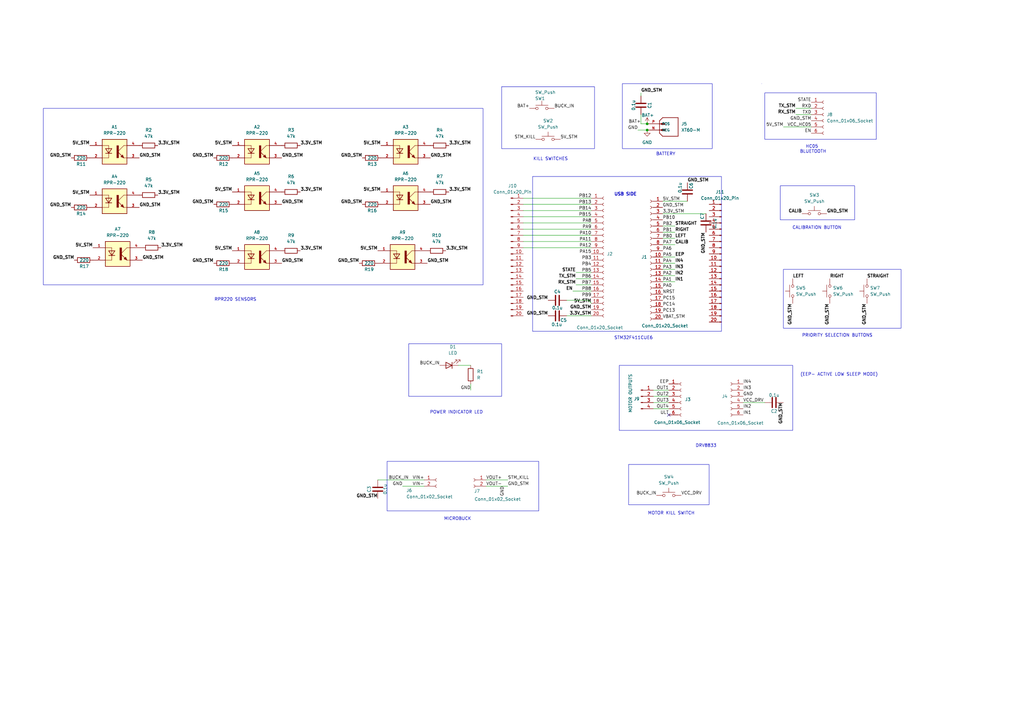
<source format=kicad_sch>
(kicad_sch (version 20231120) (generator "eeschema") (generator_version "8.0")
  (paper "A3")
  (lib_symbols
    (symbol "Connector:Conn_01x02_Socket" (pin_names (offset 1.016) hide)
      (property "Reference" "J" (at 0 2.54 0))
      (property "Value" "Conn_01x02_Socket" (at 0 -5.08 0))
      (symbol "Conn_01x02_Socket_1_1"
        (arc (start 0 -2.032) (mid -0.5058 -2.54) (end 0 -3.048) (stroke (width 0.1524)))
        (polyline (pts (xy -1.27 -2.54) (xy -0.508 -2.54)) (stroke (width 0.1524)))
        (polyline (pts (xy -1.27 0) (xy -0.508 0)) (stroke (width 0.1524)))
        (arc (start 0 0.508) (mid -0.5058 0) (end 0 -0.508) (stroke (width 0.1524)))
        (pin passive line (at -5.08 0 0) (length 3.81) (name "Pin_1") (number "1"))
        (pin passive line (at -5.08 -2.54 0) (length 3.81) (name "Pin_2") (number "2"))
      )
    )
    (symbol "Connector:Conn_01x04_Pin" (pin_names (offset 1.016) hide)
      (property "Reference" "J" (at 0 5.08 0))
      (property "Value" "Conn_01x04_Pin" (at 0 -7.62 0))
      (symbol "Conn_01x04_Pin_1_1"
        (polyline (pts (xy 1.27 -5.08) (xy 0.8636 -5.08)) (stroke (width 0.1524)))
        (polyline (pts (xy 1.27 -2.54) (xy 0.8636 -2.54)) (stroke (width 0.1524)))
        (polyline (pts (xy 1.27 0) (xy 0.8636 0)) (stroke (width 0.1524)))
        (polyline (pts (xy 1.27 2.54) (xy 0.8636 2.54)) (stroke (width 0.1524)))
        (rectangle (start 0.8636 -4.953) (end 0 -5.207) (stroke (width 0.1524)) (fill (type outline)))
        (rectangle (start 0.8636 -2.413) (end 0 -2.667) (stroke (width 0.1524)) (fill (type outline)))
        (rectangle (start 0.8636 0.127) (end 0 -0.127) (stroke (width 0.1524)) (fill (type outline)))
        (rectangle (start 0.8636 2.667) (end 0 2.413) (stroke (width 0.1524)) (fill (type outline)))
        (pin passive line (at 5.08 2.54 180) (length 3.81) (name "Pin_1") (number "1"))
        (pin passive line (at 5.08 0 180) (length 3.81) (name "Pin_2") (number "2"))
        (pin passive line (at 5.08 -2.54 180) (length 3.81) (name "Pin_3") (number "3"))
        (pin passive line (at 5.08 -5.08 180) (length 3.81) (name "Pin_4") (number "4"))
      )
    )
    (symbol "Connector:Conn_01x06_Socket" (pin_names (offset 1.016) hide)
      (property "Reference" "J" (at 0 7.62 0))
      (property "Value" "Conn_01x06_Socket" (at 0 -10.16 0))
      (symbol "Conn_01x06_Socket_1_1"
        (arc (start 0 -7.112) (mid -0.5058 -7.62) (end 0 -8.128) (stroke (width 0.1524)))
        (arc (start 0 -4.572) (mid -0.5058 -5.08) (end 0 -5.588) (stroke (width 0.1524)))
        (arc (start 0 -2.032) (mid -0.5058 -2.54) (end 0 -3.048) (stroke (width 0.1524)))
        (polyline (pts (xy -1.27 -7.62) (xy -0.508 -7.62)) (stroke (width 0.1524)))
        (polyline (pts (xy -1.27 -5.08) (xy -0.508 -5.08)) (stroke (width 0.1524)))
        (polyline (pts (xy -1.27 -2.54) (xy -0.508 -2.54)) (stroke (width 0.1524)))
        (polyline (pts (xy -1.27 0) (xy -0.508 0)) (stroke (width 0.1524)))
        (polyline (pts (xy -1.27 2.54) (xy -0.508 2.54)) (stroke (width 0.1524)))
        (polyline (pts (xy -1.27 5.08) (xy -0.508 5.08)) (stroke (width 0.1524)))
        (arc (start 0 0.508) (mid -0.5058 0) (end 0 -0.508) (stroke (width 0.1524)))
        (arc (start 0 3.048) (mid -0.5058 2.54) (end 0 2.032) (stroke (width 0.1524)))
        (arc (start 0 5.588) (mid -0.5058 5.08) (end 0 4.572) (stroke (width 0.1524)))
        (pin passive line (at -5.08 5.08 0) (length 3.81) (name "Pin_1") (number "1"))
        (pin passive line (at -5.08 2.54 0) (length 3.81) (name "Pin_2") (number "2"))
        (pin passive line (at -5.08 0 0) (length 3.81) (name "Pin_3") (number "3"))
        (pin passive line (at -5.08 -2.54 0) (length 3.81) (name "Pin_4") (number "4"))
        (pin passive line (at -5.08 -5.08 0) (length 3.81) (name "Pin_5") (number "5"))
        (pin passive line (at -5.08 -7.62 0) (length 3.81) (name "Pin_6") (number "6"))
      )
    )
    (symbol "Connector:Conn_01x20_Pin" (pin_names (offset 1.016) hide)
      (property "Reference" "J" (at 0 25.4 0))
      (property "Value" "Conn_01x20_Pin" (at 0 -27.94 0))
      (symbol "Conn_01x20_Pin_1_1"
        (polyline (pts (xy 1.27 -25.4) (xy 0.8636 -25.4)) (stroke (width 0.1524)))
        (polyline (pts (xy 1.27 -22.86) (xy 0.8636 -22.86)) (stroke (width 0.1524)))
        (polyline (pts (xy 1.27 -20.32) (xy 0.8636 -20.32)) (stroke (width 0.1524)))
        (polyline (pts (xy 1.27 -17.78) (xy 0.8636 -17.78)) (stroke (width 0.1524)))
        (polyline (pts (xy 1.27 -15.24) (xy 0.8636 -15.24)) (stroke (width 0.1524)))
        (polyline (pts (xy 1.27 -12.7) (xy 0.8636 -12.7)) (stroke (width 0.1524)))
        (polyline (pts (xy 1.27 -10.16) (xy 0.8636 -10.16)) (stroke (width 0.1524)))
        (polyline (pts (xy 1.27 -7.62) (xy 0.8636 -7.62)) (stroke (width 0.1524)))
        (polyline (pts (xy 1.27 -5.08) (xy 0.8636 -5.08)) (stroke (width 0.1524)))
        (polyline (pts (xy 1.27 -2.54) (xy 0.8636 -2.54)) (stroke (width 0.1524)))
        (polyline (pts (xy 1.27 0) (xy 0.8636 0)) (stroke (width 0.1524)))
        (polyline (pts (xy 1.27 2.54) (xy 0.8636 2.54)) (stroke (width 0.1524)))
        (polyline (pts (xy 1.27 5.08) (xy 0.8636 5.08)) (stroke (width 0.1524)))
        (polyline (pts (xy 1.27 7.62) (xy 0.8636 7.62)) (stroke (width 0.1524)))
        (polyline (pts (xy 1.27 10.16) (xy 0.8636 10.16)) (stroke (width 0.1524)))
        (polyline (pts (xy 1.27 12.7) (xy 0.8636 12.7)) (stroke (width 0.1524)))
        (polyline (pts (xy 1.27 15.24) (xy 0.8636 15.24)) (stroke (width 0.1524)))
        (polyline (pts (xy 1.27 17.78) (xy 0.8636 17.78)) (stroke (width 0.1524)))
        (polyline (pts (xy 1.27 20.32) (xy 0.8636 20.32)) (stroke (width 0.1524)))
        (polyline (pts (xy 1.27 22.86) (xy 0.8636 22.86)) (stroke (width 0.1524)))
        (rectangle (start 0.8636 -25.273) (end 0 -25.527) (stroke (width 0.1524)) (fill (type outline)))
        (rectangle (start 0.8636 -22.733) (end 0 -22.987) (stroke (width 0.1524)) (fill (type outline)))
        (rectangle (start 0.8636 -20.193) (end 0 -20.447) (stroke (width 0.1524)) (fill (type outline)))
        (rectangle (start 0.8636 -17.653) (end 0 -17.907) (stroke (width 0.1524)) (fill (type outline)))
        (rectangle (start 0.8636 -15.113) (end 0 -15.367) (stroke (width 0.1524)) (fill (type outline)))
        (rectangle (start 0.8636 -12.573) (end 0 -12.827) (stroke (width 0.1524)) (fill (type outline)))
        (rectangle (start 0.8636 -10.033) (end 0 -10.287) (stroke (width 0.1524)) (fill (type outline)))
        (rectangle (start 0.8636 -7.493) (end 0 -7.747) (stroke (width 0.1524)) (fill (type outline)))
        (rectangle (start 0.8636 -4.953) (end 0 -5.207) (stroke (width 0.1524)) (fill (type outline)))
        (rectangle (start 0.8636 -2.413) (end 0 -2.667) (stroke (width 0.1524)) (fill (type outline)))
        (rectangle (start 0.8636 0.127) (end 0 -0.127) (stroke (width 0.1524)) (fill (type outline)))
        (rectangle (start 0.8636 2.667) (end 0 2.413) (stroke (width 0.1524)) (fill (type outline)))
        (rectangle (start 0.8636 5.207) (end 0 4.953) (stroke (width 0.1524)) (fill (type outline)))
        (rectangle (start 0.8636 7.747) (end 0 7.493) (stroke (width 0.1524)) (fill (type outline)))
        (rectangle (start 0.8636 10.287) (end 0 10.033) (stroke (width 0.1524)) (fill (type outline)))
        (rectangle (start 0.8636 12.827) (end 0 12.573) (stroke (width 0.1524)) (fill (type outline)))
        (rectangle (start 0.8636 15.367) (end 0 15.113) (stroke (width 0.1524)) (fill (type outline)))
        (rectangle (start 0.8636 17.907) (end 0 17.653) (stroke (width 0.1524)) (fill (type outline)))
        (rectangle (start 0.8636 20.447) (end 0 20.193) (stroke (width 0.1524)) (fill (type outline)))
        (rectangle (start 0.8636 22.987) (end 0 22.733) (stroke (width 0.1524)) (fill (type outline)))
        (pin passive line (at 5.08 22.86 180) (length 3.81) (name "Pin_1") (number "1"))
        (pin passive line (at 5.08 0 180) (length 3.81) (name "Pin_10") (number "10"))
        (pin passive line (at 5.08 -2.54 180) (length 3.81) (name "Pin_11") (number "11"))
        (pin passive line (at 5.08 -5.08 180) (length 3.81) (name "Pin_12") (number "12"))
        (pin passive line (at 5.08 -7.62 180) (length 3.81) (name "Pin_13") (number "13"))
        (pin passive line (at 5.08 -10.16 180) (length 3.81) (name "Pin_14") (number "14"))
        (pin passive line (at 5.08 -12.7 180) (length 3.81) (name "Pin_15") (number "15"))
        (pin passive line (at 5.08 -15.24 180) (length 3.81) (name "Pin_16") (number "16"))
        (pin passive line (at 5.08 -17.78 180) (length 3.81) (name "Pin_17") (number "17"))
        (pin passive line (at 5.08 -20.32 180) (length 3.81) (name "Pin_18") (number "18"))
        (pin passive line (at 5.08 -22.86 180) (length 3.81) (name "Pin_19") (number "19"))
        (pin passive line (at 5.08 20.32 180) (length 3.81) (name "Pin_2") (number "2"))
        (pin passive line (at 5.08 -25.4 180) (length 3.81) (name "Pin_20") (number "20"))
        (pin passive line (at 5.08 17.78 180) (length 3.81) (name "Pin_3") (number "3"))
        (pin passive line (at 5.08 15.24 180) (length 3.81) (name "Pin_4") (number "4"))
        (pin passive line (at 5.08 12.7 180) (length 3.81) (name "Pin_5") (number "5"))
        (pin passive line (at 5.08 10.16 180) (length 3.81) (name "Pin_6") (number "6"))
        (pin passive line (at 5.08 7.62 180) (length 3.81) (name "Pin_7") (number "7"))
        (pin passive line (at 5.08 5.08 180) (length 3.81) (name "Pin_8") (number "8"))
        (pin passive line (at 5.08 2.54 180) (length 3.81) (name "Pin_9") (number "9"))
      )
    )
    (symbol "Connector:Conn_01x20_Socket" (pin_names (offset 1.016) hide)
      (property "Reference" "J" (at 0 25.4 0))
      (property "Value" "Conn_01x20_Socket" (at 0 -27.94 0))
      (symbol "Conn_01x20_Socket_1_1"
        (arc (start 0 -24.892) (mid -0.5058 -25.4) (end 0 -25.908) (stroke (width 0.1524)))
        (arc (start 0 -22.352) (mid -0.5058 -22.86) (end 0 -23.368) (stroke (width 0.1524)))
        (arc (start 0 -19.812) (mid -0.5058 -20.32) (end 0 -20.828) (stroke (width 0.1524)))
        (arc (start 0 -17.272) (mid -0.5058 -17.78) (end 0 -18.288) (stroke (width 0.1524)))
        (arc (start 0 -14.732) (mid -0.5058 -15.24) (end 0 -15.748) (stroke (width 0.1524)))
        (arc (start 0 -12.192) (mid -0.5058 -12.7) (end 0 -13.208) (stroke (width 0.1524)))
        (arc (start 0 -9.652) (mid -0.5058 -10.16) (end 0 -10.668) (stroke (width 0.1524)))
        (arc (start 0 -7.112) (mid -0.5058 -7.62) (end 0 -8.128) (stroke (width 0.1524)))
        (arc (start 0 -4.572) (mid -0.5058 -5.08) (end 0 -5.588) (stroke (width 0.1524)))
        (arc (start 0 -2.032) (mid -0.5058 -2.54) (end 0 -3.048) (stroke (width 0.1524)))
        (polyline (pts (xy -1.27 -25.4) (xy -0.508 -25.4)) (stroke (width 0.1524)))
        (polyline (pts (xy -1.27 -22.86) (xy -0.508 -22.86)) (stroke (width 0.1524)))
        (polyline (pts (xy -1.27 -20.32) (xy -0.508 -20.32)) (stroke (width 0.1524)))
        (polyline (pts (xy -1.27 -17.78) (xy -0.508 -17.78)) (stroke (width 0.1524)))
        (polyline (pts (xy -1.27 -15.24) (xy -0.508 -15.24)) (stroke (width 0.1524)))
        (polyline (pts (xy -1.27 -12.7) (xy -0.508 -12.7)) (stroke (width 0.1524)))
        (polyline (pts (xy -1.27 -10.16) (xy -0.508 -10.16)) (stroke (width 0.1524)))
        (polyline (pts (xy -1.27 -7.62) (xy -0.508 -7.62)) (stroke (width 0.1524)))
        (polyline (pts (xy -1.27 -5.08) (xy -0.508 -5.08)) (stroke (width 0.1524)))
        (polyline (pts (xy -1.27 -2.54) (xy -0.508 -2.54)) (stroke (width 0.1524)))
        (polyline (pts (xy -1.27 0) (xy -0.508 0)) (stroke (width 0.1524)))
        (polyline (pts (xy -1.27 2.54) (xy -0.508 2.54)) (stroke (width 0.1524)))
        (polyline (pts (xy -1.27 5.08) (xy -0.508 5.08)) (stroke (width 0.1524)))
        (polyline (pts (xy -1.27 7.62) (xy -0.508 7.62)) (stroke (width 0.1524)))
        (polyline (pts (xy -1.27 10.16) (xy -0.508 10.16)) (stroke (width 0.1524)))
        (polyline (pts (xy -1.27 12.7) (xy -0.508 12.7)) (stroke (width 0.1524)))
        (polyline (pts (xy -1.27 15.24) (xy -0.508 15.24)) (stroke (width 0.1524)))
        (polyline (pts (xy -1.27 17.78) (xy -0.508 17.78)) (stroke (width 0.1524)))
        (polyline (pts (xy -1.27 20.32) (xy -0.508 20.32)) (stroke (width 0.1524)))
        (polyline (pts (xy -1.27 22.86) (xy -0.508 22.86)) (stroke (width 0.1524)))
        (arc (start 0 0.508) (mid -0.5058 0) (end 0 -0.508) (stroke (width 0.1524)))
        (arc (start 0 3.048) (mid -0.5058 2.54) (end 0 2.032) (stroke (width 0.1524)))
        (arc (start 0 5.588) (mid -0.5058 5.08) (end 0 4.572) (stroke (width 0.1524)))
        (arc (start 0 8.128) (mid -0.5058 7.62) (end 0 7.112) (stroke (width 0.1524)))
        (arc (start 0 10.668) (mid -0.5058 10.16) (end 0 9.652) (stroke (width 0.1524)))
        (arc (start 0 13.208) (mid -0.5058 12.7) (end 0 12.192) (stroke (width 0.1524)))
        (arc (start 0 15.748) (mid -0.5058 15.24) (end 0 14.732) (stroke (width 0.1524)))
        (arc (start 0 18.288) (mid -0.5058 17.78) (end 0 17.272) (stroke (width 0.1524)))
        (arc (start 0 20.828) (mid -0.5058 20.32) (end 0 19.812) (stroke (width 0.1524)))
        (arc (start 0 23.368) (mid -0.5058 22.86) (end 0 22.352) (stroke (width 0.1524)))
        (pin passive line (at -5.08 22.86 0) (length 3.81) (name "Pin_1") (number "1"))
        (pin passive line (at -5.08 0 0) (length 3.81) (name "Pin_10") (number "10"))
        (pin passive line (at -5.08 -2.54 0) (length 3.81) (name "Pin_11") (number "11"))
        (pin passive line (at -5.08 -5.08 0) (length 3.81) (name "Pin_12") (number "12"))
        (pin passive line (at -5.08 -7.62 0) (length 3.81) (name "Pin_13") (number "13"))
        (pin passive line (at -5.08 -10.16 0) (length 3.81) (name "Pin_14") (number "14"))
        (pin passive line (at -5.08 -12.7 0) (length 3.81) (name "Pin_15") (number "15"))
        (pin passive line (at -5.08 -15.24 0) (length 3.81) (name "Pin_16") (number "16"))
        (pin passive line (at -5.08 -17.78 0) (length 3.81) (name "Pin_17") (number "17"))
        (pin passive line (at -5.08 -20.32 0) (length 3.81) (name "Pin_18") (number "18"))
        (pin passive line (at -5.08 -22.86 0) (length 3.81) (name "Pin_19") (number "19"))
        (pin passive line (at -5.08 20.32 0) (length 3.81) (name "Pin_2") (number "2"))
        (pin passive line (at -5.08 -25.4 0) (length 3.81) (name "Pin_20") (number "20"))
        (pin passive line (at -5.08 17.78 0) (length 3.81) (name "Pin_3") (number "3"))
        (pin passive line (at -5.08 15.24 0) (length 3.81) (name "Pin_4") (number "4"))
        (pin passive line (at -5.08 12.7 0) (length 3.81) (name "Pin_5") (number "5"))
        (pin passive line (at -5.08 10.16 0) (length 3.81) (name "Pin_6") (number "6"))
        (pin passive line (at -5.08 7.62 0) (length 3.81) (name "Pin_7") (number "7"))
        (pin passive line (at -5.08 5.08 0) (length 3.81) (name "Pin_8") (number "8"))
        (pin passive line (at -5.08 2.54 0) (length 3.81) (name "Pin_9") (number "9"))
      )
    )
    (symbol "Device:C" (pin_numbers hide) (pin_names (offset 0.254))
      (property "Reference" "C" (at 0.635 2.54 0))
      (property "Value" "C" (at 0.635 -2.54 0))
      (symbol "C_0_1"
        (polyline (pts (xy -2.032 -0.762) (xy 2.032 -0.762)) (stroke (width 0.508)))
        (polyline (pts (xy -2.032 0.762) (xy 2.032 0.762)) (stroke (width 0.508)))
      )
      (symbol "C_1_1"
        (pin passive line (at 0 3.81 270) (length 2.794) (name "~") (number "1"))
        (pin passive line (at 0 -3.81 90) (length 2.794) (name "~") (number "2"))
      )
    )
    (symbol "Device:LED" (pin_numbers hide) (pin_names (offset 1.016) hide)
      (property "Reference" "D" (at 0 2.54 0))
      (property "Value" "LED" (at 0 -2.54 0))
      (symbol "LED_0_1"
        (polyline (pts (xy -1.27 -1.27) (xy -1.27 1.27)) (stroke (width 0.254)))
        (polyline (pts (xy -1.27 0) (xy 1.27 0)))
        (polyline (pts (xy 1.27 -1.27) (xy 1.27 1.27) (xy -1.27 0) (xy 1.27 -1.27)) (stroke (width 0.254)))
        (polyline (pts (xy -3.048 -0.762) (xy -4.572 -2.286) (xy -3.81 -2.286) (xy -4.572 -2.286) (xy -4.572 -1.524)))
        (polyline (pts (xy -1.778 -0.762) (xy -3.302 -2.286) (xy -2.54 -2.286) (xy -3.302 -2.286) (xy -3.302 -1.524)))
      )
      (symbol "LED_1_1"
        (pin passive line (at -3.81 0 0) (length 2.54) (name "K") (number "1"))
        (pin passive line (at 3.81 0 180) (length 2.54) (name "A") (number "2"))
      )
    )
    (symbol "Device:R" (pin_numbers hide) (pin_names (offset 0))
      (property "Reference" "R" (at 2.032 0 90))
      (property "Value" "R" (at 0 0 90))
      (symbol "R_0_1"
        (rectangle (start -1.016 -2.54) (end 1.016 2.54) (stroke (width 0.254)))
      )
      (symbol "R_1_1"
        (pin passive line (at 0 3.81 270) (length 1.27) (name "~") (number "1"))
        (pin passive line (at 0 -3.81 90) (length 1.27) (name "~") (number "2"))
      )
    )
    (symbol "RPR-220:RPR-220" (pin_names (offset 1.016))
      (property "Reference" "A" (at -5.0891 5.598 0))
      (property "Value" "RPR-220" (at -5.0889 -7.1245 0))
      (symbol "RPR-220_0_0"
        (rectangle (start -5.08 -5.08) (end 5.08 5.08) (stroke (width 0.254)) (fill (type background)))
        (polyline (pts (xy -3.683 1.27) (xy -2.413 -0.635)) (stroke (width 0.254)))
        (polyline (pts (xy -2.413 -2.54) (xy -5.08 -2.54)) (stroke (width 0.1524)))
        (polyline (pts (xy -2.413 -2.54) (xy -2.413 -0.635)) (stroke (width 0.1524)))
        (polyline (pts (xy -2.413 -0.635) (xy -3.683 -0.635)) (stroke (width 0.254)))
        (polyline (pts (xy -2.413 -0.635) (xy -2.413 1.27)) (stroke (width 0.1524)))
        (polyline (pts (xy -2.413 -0.635) (xy -1.143 1.27)) (stroke (width 0.254)))
        (polyline (pts (xy -2.413 1.27) (xy -3.683 1.27)) (stroke (width 0.254)))
        (polyline (pts (xy -2.413 2.54) (xy -5.08 2.54)) (stroke (width 0.1524)))
        (polyline (pts (xy -2.413 2.54) (xy -2.413 1.27)) (stroke (width 0.1524)))
        (polyline (pts (xy -1.143 -0.635) (xy -2.413 -0.635)) (stroke (width 0.254)))
        (polyline (pts (xy -1.143 1.27) (xy -2.413 1.27)) (stroke (width 0.254)))
        (polyline (pts (xy 1.27 0) (xy 3.81 -2.54)) (stroke (width 0.1524)))
        (polyline (pts (xy 3.81 -2.54) (xy 1.27 0)) (stroke (width 0.1524)))
        (polyline (pts (xy 3.81 -2.54) (xy 5.08 -2.54)) (stroke (width 0.1524)))
        (polyline (pts (xy 3.81 2.54) (xy 1.27 0)) (stroke (width 0.1524)))
        (polyline (pts (xy 3.81 2.54) (xy 5.08 2.54)) (stroke (width 0.1524)))
        (polyline (pts (xy 3.81 -2.54) (xy 3.302 -1.27) (xy 2.54 -2.032) (xy 3.81 -2.54)) (stroke (width 0.1524)) (fill (type outline)))
        (rectangle (start 0.8893 -2.5503) (end 1.651 2.54) (stroke (width 0.1)) (fill (type outline)))
        (pin passive line (at -10.16 2.54 0) (length 5.08) (name "~") (number "1"))
        (pin passive line (at -10.16 -2.54 0) (length 5.08) (name "~") (number "2"))
        (pin passive line (at 10.16 -2.54 180) (length 5.08) (name "~") (number "3"))
        (pin passive line (at 10.16 2.54 180) (length 5.08) (name "~") (number "4"))
      )
    )
    (symbol "Switch:SW_Push" (pin_numbers hide) (pin_names (offset 1.016) hide)
      (property "Reference" "SW" (at 1.27 2.54 0))
      (property "Value" "SW_Push" (at 0 -1.524 0))
      (symbol "SW_Push_0_1"
        (circle (center -2.032 0) (radius 0.508))
        (polyline (pts (xy 0 1.27) (xy 0 3.048)))
        (polyline (pts (xy 2.54 1.27) (xy -2.54 1.27)))
        (circle (center 2.032 0) (radius 0.508))
        (pin passive line (at -5.08 0 0) (length 2.54) (name "1") (number "1"))
        (pin passive line (at 5.08 0 180) (length 2.54) (name "2") (number "2"))
      )
    )
    (symbol "XT60-M:XT60-M" (pin_names (offset 1.016))
      (property "Reference" "J" (at 0 6.35 0))
      (property "Value" "XT60-M" (at 0 -5.08 0))
      (symbol "XT60-M_0_0"
        (polyline (pts (xy 0 -1.27) (xy 1.27 -2.54)) (stroke (width 0.254)))
        (polyline (pts (xy 0 0) (xy 1.905 0)) (stroke (width 0.254)))
        (polyline (pts (xy 0 2.54) (xy 0 -1.27)) (stroke (width 0.254)))
        (polyline (pts (xy 0 2.54) (xy 1.905 2.54)) (stroke (width 0.254)))
        (polyline (pts (xy 0 3.81) (xy 0 2.54)) (stroke (width 0.254)))
        (polyline (pts (xy 0 3.81) (xy 1.27 5.08)) (stroke (width 0.254)))
        (polyline (pts (xy 1.27 -2.54) (xy 7.62 -2.54)) (stroke (width 0.254)))
        (polyline (pts (xy 7.62 -2.54) (xy 7.62 5.08)) (stroke (width 0.254)))
        (polyline (pts (xy 7.62 5.08) (xy 1.27 5.08)) (stroke (width 0.254)))
        (rectangle (start 0.635 -0.3175) (end 2.2225 0.3175) (stroke (width 0.1)) (fill (type outline)))
        (rectangle (start 0.635 2.2225) (end 2.2225 2.8575) (stroke (width 0.1)) (fill (type outline)))
        (pin passive line (at -5.08 0 0) (length 5.08) (name "NEG") (number "N"))
        (pin passive line (at -5.08 2.54 0) (length 5.08) (name "POS") (number "P"))
      )
    )
    (symbol "power:+6V" (power) (pin_numbers hide) (pin_names (offset 0) hide)
      (property "Value" "+6V" (at 0 3.556 0))
      (symbol "+6V_0_1"
        (polyline (pts (xy -0.762 1.27) (xy 0 2.54)))
        (polyline (pts (xy 0 0) (xy 0 2.54)))
        (polyline (pts (xy 0 2.54) (xy 0.762 1.27)))
      )
      (symbol "+6V_1_1"
        (pin power_in line (at 0 0 90) (length 0) (name "~") (number "1"))
      )
    )
    (symbol "power:GND" (power) (pin_numbers hide) (pin_names (offset 0) hide)
      (property "Value" "GND" (at 0 -3.81 0))
      (symbol "GND_0_1"
        (polyline (pts (xy 0 0) (xy 0 -1.27) (xy 1.27 -1.27) (xy 0 -2.54) (xy -1.27 -1.27) (xy 0 -1.27)))
      )
      (symbol "GND_1_1"
        (pin power_in line (at 0 0 270) (length 0) (name "~") (number "1"))
      )
    )
  )
  (junction (at 265.43 50.8))
  (junction (at 265.43 53.34))
  (no_connect (at 274.32 170.18))
  (wire (pts (xy 271.78 105.41) (xy 276.86 105.41)))
  (wire (pts (xy 214.63 93.98) (xy 242.57 93.98)))
  (wire (pts (xy 154.94 196.85) (xy 173.99 196.85)))
  (wire (pts (xy 261.62 53.34) (xy 265.43 53.34)))
  (wire (pts (xy 271.78 115.57) (xy 276.86 115.57)))
  (wire (pts (xy 271.78 97.79) (xy 276.86 97.79)))
  (wire (pts (xy 214.63 96.52) (xy 242.57 96.52)))
  (wire (pts (xy 267.97 160.02) (xy 274.32 160.02)))
  (wire (pts (xy 208.28 196.85) (xy 199.39 196.85)))
  (wire (pts (xy 267.97 165.1) (xy 274.32 165.1)))
  (wire (pts (xy 232.41 129.54) (xy 242.57 129.54)))
  (wire (pts (xy 271.78 87.63) (xy 289.56 87.63)))
  (wire (pts (xy 271.78 107.95) (xy 276.86 107.95)))
  (wire (pts (xy 262.89 39.37) (xy 262.89 38.1)))
  (wire (pts (xy 236.22 111.76) (xy 242.57 111.76)))
  (wire (pts (xy 271.78 100.33) (xy 276.86 100.33)))
  (wire (pts (xy 326.39 44.45) (xy 332.74 44.45)))
  (wire (pts (xy 214.63 99.06) (xy 242.57 99.06)))
  (wire (pts (xy 214.63 86.36) (xy 242.57 86.36)))
  (wire (pts (xy 234.95 119.38) (xy 242.57 119.38)))
  (wire (pts (xy 326.39 46.99) (xy 332.74 46.99)))
  (wire (pts (xy 267.97 167.64) (xy 274.32 167.64)))
  (wire (pts (xy 214.63 91.44) (xy 242.57 91.44)))
  (wire (pts (xy 262.89 50.8) (xy 265.43 50.8)))
  (wire (pts (xy 236.22 116.84) (xy 242.57 116.84)))
  (wire (pts (xy 193.04 157.48) (xy 193.04 160.02)))
  (wire (pts (xy 321.31 52.07) (xy 332.74 52.07)))
  (wire (pts (xy 208.28 199.39) (xy 199.39 199.39)))
  (wire (pts (xy 271.78 92.71) (xy 276.86 92.71)))
  (wire (pts (xy 187.96 149.86) (xy 193.04 149.86)))
  (wire (pts (xy 232.41 123.19) (xy 241.3 123.19)))
  (wire (pts (xy 271.78 110.49) (xy 276.86 110.49)))
  (wire (pts (xy 271.78 82.55) (xy 281.94 82.55)))
  (wire (pts (xy 271.78 95.25) (xy 276.86 95.25)))
  (wire (pts (xy 214.63 88.9) (xy 242.57 88.9)))
  (wire (pts (xy 241.3 123.19) (xy 242.57 124.46)))
  (wire (pts (xy 214.63 81.28) (xy 242.57 81.28)))
  (wire (pts (xy 214.63 101.6) (xy 242.57 101.6)))
  (wire (pts (xy 165.1 199.39) (xy 173.99 199.39)))
  (wire (pts (xy 304.8 165.1) (xy 313.69 165.1)))
  (wire (pts (xy 262.89 46.99) (xy 262.89 50.8)))
  (wire (pts (xy 236.22 114.3) (xy 242.57 114.3)))
  (wire (pts (xy 267.97 162.56) (xy 274.32 162.56)))
  (wire (pts (xy 271.78 113.03) (xy 276.86 113.03)))
  (wire (pts (xy 214.63 83.82) (xy 242.57 83.82)))
  (rectangle (start 312.42 34.29) (end 312.42 34.29))
  (rectangle (start 313.69 38.1) (end 359.41 57.15))
  (rectangle (start 254 149.86) (end 325.12 176.53))
  (rectangle (start 255.27 34.29) (end 292.1 60.96))
  (rectangle (start 257.81 190.5) (end 290.83 207.01))
  (rectangle (start 320.04 76.2) (end 350.52 90.17))
  (rectangle (start 167.64 140.97) (end 205.74 162.56))
  (rectangle (start 17.78 44.45) (end 198.12 116.84))
  (rectangle (start 158.75 189.23) (end 220.98 209.55))
  (rectangle (start 321.31 110.49) (end 369.57 134.62))
  (rectangle (start 218.44 72.39) (end 295.91 135.89))
  (rectangle (start 205.74 35.56) (end 243.84 60.96))
  (text "RPR220 SENSORS " (at 97.028 122.936 0) (effects (font (size 1.27 1.27))))
  (text "HC05 \nBLUETOOTH\n" (at 333.502 61.214 0) (effects (font (size 1.27 1.27))))
  (text "KILL SWITCHES\n" (at 225.806 65.278 0) (effects (font (size 1.27 1.27))))
  (text "(EEP- ACTIVE LOW SLEEP MODE)" (at 344.17 153.67 0) (effects (font (size 1.27 1.27))))
  (text "BATTERY" (at 273.05 63.246 0) (effects (font (size 1.27 1.27) (thickness 0.1588))))
  (text "MICROBUCK" (at 187.706 212.852 0) (effects (font (size 1.27 1.27))))
  (text "POWER INDICATOR LED" (at 187.198 169.164 0) (effects (font (size 1.27 1.27))))
  (text "PRIORITY SELECTION BUTTONS" (at 343.408 137.668 0) (effects (font (size 1.27 1.27) (thickness 0.1588))))
  (text "STM32F411CUE6\n" (at 259.842 138.684 0) (effects (font (size 1.27 1.27))))
  (text "MOTOR KILL SWITCH" (at 275.336 210.566 0) (effects (font (size 1.27 1.27))))
  (text "USB SIDE\n" (at 256.54 79.756 0) (effects (font (size 1.27 1.27) (thickness 0.254) (bold yes))))
  (text "DRV8833 " (at 290.068 182.88 0) (effects (font (size 1.27 1.27))))
  (text "CALIBRATION BUTTON " (at 335.534 93.472 0) (effects (font (size 1.27 1.27))))
  (label "EN" (at 234.95 119.38 180) (effects (font (thickness 0.254) (bold yes))))
  (label "5V_STM" (at 95.25 78.74 180) (effects (font (thickness 0.254) (bold yes))))
  (label "STM_KILL" (at 219.71 57.15 180))
  (label "PB15" (at 242.57 88.9 180))
  (label "GND_STM" (at 57.15 85.09 0) (effects (font (thickness 0.254) (bold yes))))
  (label "GND" (at 304.8 162.56 0))
  (label "IN2" (at 276.86 113.03 0) (effects (font (thickness 0.254) (bold yes))))
  (label "GND_STM" (at 224.79 123.19 180) (effects (font (thickness 0.254) (bold yes))))
  (label "OUT2" (at 274.32 162.56 180))
  (label "GND_STM" (at 339.09 87.63 0) (effects (font (thickness 0.254) (bold yes))))
  (label "5V_STM" (at 229.87 57.15 0))
  (label "PB10" (at 271.78 90.17 0))
  (label "GND_STM" (at 87.63 64.77 180) (effects (font (thickness 0.254) (bold yes))))
  (label "BUCK_IN" (at 180.34 149.86 180))
  (label "GND_STM" (at 325.12 124.46 270) (effects (font (thickness 0.254) (bold yes))))
  (label "GND_STM" (at 224.79 129.54 180) (effects (font (thickness 0.254) (bold yes))))
  (label "5V_STM" (at 38.1 101.6 180) (effects (font (thickness 0.254) (bold yes))))
  (label "PA1" (at 271.78 115.57 0))
  (label "GND" (at 261.62 53.34 180))
  (label "5V_STM" (at 156.21 78.74 180) (effects (font (thickness 0.254) (bold yes))))
  (label "GND_STM" (at 176.53 83.82 0) (effects (font (thickness 0.254) (bold yes))))
  (label "PA4" (at 271.78 107.95 0))
  (label "3.3V_STM" (at 123.19 78.74 0) (effects (font (thickness 0.254) (bold yes))))
  (label "TXD" (at 332.74 46.99 180))
  (label "PA5" (at 271.78 105.41 0))
  (label "GND_STM" (at 29.21 85.09 180) (effects (font (thickness 0.254) (bold yes))))
  (label "PB14" (at 242.57 86.36 180))
  (label "OUT4" (at 274.32 167.64 180))
  (label "PB5" (at 242.57 111.76 180))
  (label "LEFT " (at 276.86 97.79 0) (effects (font (thickness 0.254) (bold yes))))
  (label "PC13" (at 271.78 128.27 0))
  (label "IN4" (at 276.86 107.95 0) (effects (font (thickness 0.254) (bold yes))))
  (label "BUCK_IN" (at 227.33 44.45 0))
  (label "VOUT-" (at 199.39 199.39 0))
  (label "EEP" (at 274.32 157.48 180))
  (label "GND_STM" (at 289.56 95.25 270) (effects (font (thickness 0.254) (bold yes))))
  (label "GND" (at 207.01 199.39 270))
  (label "RIGHT" (at 340.36 114.3 0) (effects (font (thickness 0.254) (bold yes))))
  (label "PB9" (at 242.57 121.92 180))
  (label "PA9" (at 242.57 93.98 180))
  (label "IN1" (at 304.8 170.18 0))
  (label "GND_STM" (at 30.48 106.68 180) (effects (font (thickness 0.254) (bold yes))))
  (label "5V_STM" (at 156.21 59.69 180) (effects (font (thickness 0.254) (bold yes))))
  (label "GND_STM" (at 29.21 64.77 180) (effects (font (thickness 0.254) (bold yes))))
  (label "OUT1" (at 274.32 160.02 180))
  (label "GND" (at 193.04 160.02 180))
  (label "5V_STM" (at 271.78 82.55 0))
  (label "EN" (at 332.74 54.61 180))
  (label "VCC_DRV" (at 304.8 165.1 0))
  (label "PA3" (at 271.78 110.49 0))
  (label "IN3" (at 304.8 160.02 0))
  (label "GND_STM" (at 87.63 107.95 180) (effects (font (thickness 0.254) (bold yes))))
  (label "5V_STM" (at 36.83 80.01 180) (effects (font (thickness 0.254) (bold yes))))
  (label "CALIB" (at 328.93 87.63 180) (effects (font (thickness 0.254) (bold yes))))
  (label "5V_STM" (at 95.25 102.87 180) (effects (font (thickness 0.254) (bold yes))))
  (label "PB1" (at 271.78 95.25 0))
  (label "3.3V_STM" (at 66.04 101.6 0) (effects (font (thickness 0.254) (bold yes))))
  (label "PB12" (at 242.57 81.28 180))
  (label "PA2" (at 271.78 113.03 0))
  (label "PB3" (at 242.57 106.68 180))
  (label "GND_STM" (at 148.59 83.82 180) (effects (font (thickness 0.254) (bold yes))))
  (label "VCC_DRV" (at 279.4 203.2 0))
  (label "GND_STM" (at 154.94 204.47 180) (effects (font (thickness 0.254) (bold yes))))
  (label "GND_STM" (at 57.15 64.77 0) (effects (font (thickness 0.254) (bold yes))))
  (label "PA0" (at 271.78 118.11 0))
  (label "3.3V_STM" (at 184.15 78.74 0) (effects (font (thickness 0.254) (bold yes))))
  (label "PB13" (at 242.57 83.82 180))
  (label "GND_STM" (at 176.53 64.77 0) (effects (font (thickness 0.254) (bold yes))))
  (label "5V_STM" (at 95.25 59.69 180) (effects (font (thickness 0.254) (bold yes))))
  (label "IN1" (at 276.86 115.57 0) (effects (font (thickness 0.254) (bold yes))))
  (label "VIN-" (at 173.99 199.39 180))
  (label "GND_STM" (at 281.94 74.93 0) (effects (font (thickness 0.254) (bold yes))))
  (label "PA11" (at 242.57 99.06 180))
  (label "RX_STM" (at 326.39 46.99 180) (effects (font (thickness 0.254) (bold yes))))
  (label "PA8" (at 242.57 91.44 180))
  (label "IN2" (at 304.8 167.64 0))
  (label "GND_STM" (at 147.32 107.95 180) (effects (font (thickness 0.254) (bold yes))))
  (label "IN4" (at 304.8 157.48 0))
  (label "5V_STM" (at 242.57 124.46 180) (effects (font (thickness 0.254) (bold yes))))
  (label "BUCK_IN" (at 269.24 203.2 180))
  (label "IN3" (at 276.86 110.49 0) (effects (font (thickness 0.254) (bold yes))))
  (label "RXD" (at 332.74 44.45 180))
  (label "3.3V_STM" (at 271.78 87.63 0))
  (label "GND_STM" (at 242.57 127 180) (effects (font (thickness 0.254) (bold yes))))
  (label "EEP" (at 276.86 105.41 0) (effects (font (thickness 0.254) (bold yes))))
  (label "GND_STM" (at 271.78 85.09 0))
  (label "GND" (at 165.1 199.39 180))
  (label "STRAIGHT" (at 355.6 114.3 0) (effects (font (thickness 0.254) (bold yes))))
  (label "NRST" (at 271.78 120.65 0))
  (label "PA6" (at 271.78 102.87 0))
  (label "VBAT_STM" (at 271.78 130.81 0))
  (label "PB4" (at 242.57 109.22 180))
  (label "GND_STM" (at 148.59 64.77 180) (effects (font (thickness 0.254) (bold yes))))
  (label "GND_STM" (at 332.74 49.53 180))
  (label "STM_KILL" (at 208.28 196.85 0))
  (label "OUT3" (at 274.32 165.1 180))
  (label "3.3V_STM" (at 123.19 102.87 0) (effects (font (thickness 0.254) (bold yes))))
  (label "3.3V_STM" (at 242.57 129.54 180) (effects (font (thickness 0.254) (bold yes))))
  (label "RX_STM" (at 236.22 116.84 180) (effects (font (thickness 0.254) (bold yes))))
  (label "CALIB" (at 276.86 100.33 0) (effects (font (thickness 0.254) (bold yes))))
  (label "GND_STM" (at 115.57 107.95 0) (effects (font (thickness 0.254) (bold yes))))
  (label "5V_STM" (at 321.31 52.07 180))
  (label "3.3V_STM" (at 123.19 59.69 0) (effects (font (thickness 0.254) (bold yes))))
  (label "VOUT+" (at 199.39 196.85 0))
  (label "GND_STM" (at 355.6 124.46 270) (effects (font (thickness 0.254) (bold yes))))
  (label "TX_STM" (at 236.22 114.3 180) (effects (font (thickness 0.254) (bold yes))))
  (label "STATE" (at 236.22 111.76 180) (effects (font (thickness 0.254) (bold yes))))
  (label "PA7" (at 271.78 100.33 0))
  (label "BAT+" (at 262.89 50.8 180))
  (label "STRAIGHT" (at 276.86 92.71 0) (effects (font (thickness 0.254) (bold yes))))
  (label "GND_STM" (at 208.28 199.39 0))
  (label "3.3V_STM" (at 182.88 102.87 0) (effects (font (thickness 0.254) (bold yes))))
  (label "PB6" (at 242.57 114.3 180))
  (label "GND_STM" (at 262.89 38.1 0) (effects (font (thickness 0.254) (bold yes))))
  (label "PB7" (at 242.57 116.84 180))
  (label "3.3V_STM" (at 64.77 59.69 0) (effects (font (thickness 0.254) (bold yes))))
  (label "PC14" (at 271.78 125.73 0))
  (label "RIGHT" (at 276.86 95.25 0) (effects (font (thickness 0.254) (bold yes))))
  (label "LEFT " (at 325.12 114.3 0) (effects (font (thickness 0.254) (bold yes))))
  (label "3.3V_STM" (at 64.77 80.01 0) (effects (font (thickness 0.254) (bold yes))))
  (label "PC15" (at 271.78 123.19 0))
  (label "PB8" (at 242.57 119.38 180))
  (label "GND_STM" (at 115.57 64.77 0) (effects (font (thickness 0.254) (bold yes))))
  (label "PB0" (at 271.78 97.79 0))
  (label "TX_STM" (at 326.39 44.45 180) (effects (font (thickness 0.254) (bold yes))))
  (label "5V_STM" (at 154.94 102.87 180) (effects (font (thickness 0.254) (bold yes))))
  (label "BAT+" (at 217.17 44.45 180))
  (label "ULT" (at 274.32 170.18 180))
  (label "3.3V_STM" (at 184.15 59.69 0) (effects (font (thickness 0.254) (bold yes))))
  (label "PA12" (at 242.57 101.6 180))
  (label "GND_STM" (at 58.42 106.68 0) (effects (font (thickness 0.254) (bold yes))))
  (label "GND_STM" (at 321.31 165.1 270) (effects (font (thickness 0.254) (bold yes))))
  (label "PA15" (at 242.57 104.14 180))
  (label "GND_STM" (at 175.26 107.95 0) (effects (font (thickness 0.254) (bold yes))))
  (label "GND_STM" (at 87.63 83.82 180) (effects (font (thickness 0.254) (bold yes))))
  (label "VCC_HC05" (at 332.74 52.07 180))
  (label "GND_STM" (at 115.57 83.82 0) (effects (font (thickness 0.254) (bold yes))))
  (label "PA10" (at 242.57 96.52 180))
  (label "VIN+" (at 173.99 196.85 180))
  (label "BUCK_IN" (at 167.64 196.85 180))
  (label "5V_STM" (at 36.83 59.69 180) (effects (font (thickness 0.254) (bold yes))))
  (label "GND_STM" (at 340.36 124.46 270) (effects (font (thickness 0.254) (bold yes))))
  (label "PB2" (at 271.78 92.71 0))
  (label "STATE" (at 332.74 41.91 180))
  (symbol (lib_id "Connector:Conn_01x20_Pin") (at 209.55 104.14 0) (unit 1)
    (property "Reference" "J10" (at 210.185 76.2 0))
    (property "Value" "Conn_01x20_Pin" (at 210.185 78.74 0))
    (property "Description" "Generic connector, single row, 01x20, script generated" (effects (hide yes)))
  )
  (symbol (lib_id "Device:R") (at 152.4 64.77 90) (unit 1)
    (property "Reference" "R13" (at 152.654 67.31 90))
    (property "Value" "220" (at 152.654 64.77 90))
    (property "Description" "Resistor" (effects (hide yes)))
  )
  (symbol (lib_id "Device:C") (at 281.94 78.74 0) (unit 1)
    (property "Reference" "C6" (at 283.464 76.2 90))
    (property "Value" "0.1u" (at 278.892 76.962 90))
    (property "Description" "Unpolarized capacitor" (effects (hide yes)))
  )
  (symbol (lib_id "XT60-M:XT60-M") (at 270.51 53.34 0) (unit 1)
    (property "Reference" "J5" (at 279.4 50.7999 0) (effects (justify left)))
    (property "Value" "XT60-M" (at 279.4 53.3399 0) (effects (justify left)))
    (property "Footprint" "XT60-M:AMASS_XT60-M" (effects (hide yes)))
    (property "MF" "AMASS" (effects (hide yes)))
    (property "MAXIMUM_PACKAGE_HEIGHT" "16.00 mm" (effects (hide yes)))
    (property "Package" "Package" (effects (hide yes)))
    (property "Price" "None" (effects (hide yes)))
    (property "Check_prices" "https://www.snapeda.com/parts/XT60-M/AMASS/view-part/?ref=eda" (effects (hide yes)))
    (property "STANDARD" "IPC 7351B" (effects (hide yes)))
    (property "PARTREV" "V1.2" (effects (hide yes)))
    (property "SnapEDA_Link" "https://www.snapeda.com/parts/XT60-M/AMASS/view-part/?ref=snap" (effects (hide yes)))
    (property "MP" "XT60-M" (effects (hide yes)))
    (property "Description_1" "\n                        \n                            Plug; DC supply; XT60; male; PIN: 2; for cable; soldered; 30A; 500V\n                        \n" (effects (hide yes)))
    (property "Availability" "Not in stock" (effects (hide yes)))
    (property "MANUFACTURER" "AMASS" (effects (hide yes)))
  )
  (symbol (lib_id "Device:R") (at 119.38 78.74 90) (unit 1)
    (property "Reference" "R6" (at 119.38 72.39 90))
    (property "Value" "47k" (at 119.38 74.93 90))
    (property "Description" "Resistor" (effects (hide yes)))
  )
  (symbol (lib_id "Device:R") (at 151.13 107.95 90) (unit 1)
    (property "Reference" "R19" (at 151.384 110.49 90))
    (property "Value" "220" (at 151.384 107.95 90))
    (property "Description" "Resistor" (effects (hide yes)))
  )
  (symbol (lib_id "Device:C") (at 154.94 200.66 180) (unit 1)
    (property "Reference" "C3" (at 151.384 200.66 90))
    (property "Value" "0.1u" (at 157.988 200.66 90))
    (property "Description" "Unpolarized capacitor" (effects (hide yes)))
  )
  (symbol (lib_id "Connector:Conn_01x02_Socket") (at 194.31 196.85 0) (mirror y) (unit 1)
    (property "Reference" "J7" (at 196.85 201.422 0) (effects (justify left)))
    (property "Value" "Conn_01x02_Socket" (at 213.614 204.724 0) (effects (justify left)))
    (property "Description" "Generic connector, single row, 01x02, script generated" (effects (hide yes)))
  )
  (symbol (lib_id "Connector:Conn_01x06_Socket") (at 337.82 46.99 0) (unit 1)
    (property "Reference" "J8" (at 339.09 46.9899 0) (effects (justify left)))
    (property "Value" "Conn_01x06_Socket" (at 339.09 49.5299 0) (effects (justify left)))
    (property "Description" "Generic connector, single row, 01x06, script generated" (effects (hide yes)))
  )
  (symbol (lib_id "RPR-220:RPR-220") (at 105.41 62.23 0) (unit 1)
    (property "Reference" "A2" (at 105.41 52.07 0))
    (property "Value" "RPR-220" (at 105.41 54.61 0))
    (property "Footprint" "RPR-220:PHODET_RPR-220" (effects (hide yes)))
    (property "MF" "Rohm" (effects (hide yes)))
    (property "MAXIMUM_PACKAGE_HEIGHT" "6.5 mm" (effects (hide yes)))
    (property "Package" "Radial-4 Rohm" (effects (hide yes)))
    (property "Price" "None" (effects (hide yes)))
    (property "Check_prices" "https://www.snapeda.com/parts/RPR-220/Rohm/view-part/?ref=eda" (effects (hide yes)))
    (property "STANDARD" "IPC 7351B" (effects (hide yes)))
    (property "PARTREV" "B" (effects (hide yes)))
    (property "SnapEDA_Link" "https://www.snapeda.com/parts/RPR-220/Rohm/view-part/?ref=snap" (effects (hide yes)))
    (property "MP" "RPR-220" (effects (hide yes)))
    (property "Description_1" "\n                        \n                            Reflective Optical Sensor 0.236 (6mm) Radial - 4 Leads\n                        \n" (effects (hide yes)))
    (property "Availability" "In Stock" (effects (hide yes)))
    (property "MANUFACTURER" "ROHM Semiconductor" (effects (hide yes)))
  )
  (symbol (lib_id "Switch:SW_Push") (at 334.01 87.63 0) (unit 1)
    (property "Reference" "SW3" (at 334.01 80.01 0))
    (property "Value" "SW_Push" (at 334.01 82.55 0))
    (property "Description" "Push button switch, generic, two pins" (effects (hide yes)))
  )
  (symbol (lib_id "Device:R") (at 34.29 106.68 90) (unit 1)
    (property "Reference" "R17" (at 34.544 109.22 90))
    (property "Value" "220" (at 34.544 106.68 90))
    (property "Description" "Resistor" (effects (hide yes)))
  )
  (symbol (lib_id "Connector:Conn_01x06_Socket") (at 279.4 162.56 0) (unit 1)
    (property "Reference" "J3" (at 280.924 163.83 0) (effects (justify left)))
    (property "Value" "Conn_01x06_Socket" (at 268.224 173.228 0) (effects (justify left)))
    (property "Description" "Generic connector, single row, 01x06, script generated" (effects (hide yes)))
  )
  (symbol (lib_id "Connector:Conn_01x20_Socket") (at 266.7 105.41 0) (mirror y) (unit 1)
    (property "Reference" "J1" (at 265.43 105.4099 0) (effects (justify left)))
    (property "Value" "Conn_01x20_Socket" (at 282.194 133.604 0) (effects (justify left)))
    (property "Description" "Generic connector, single row, 01x20, script generated" (effects (hide yes)))
  )
  (symbol (lib_id "Device:R") (at 60.96 59.69 90) (unit 1)
    (property "Reference" "R2" (at 60.96 53.34 90))
    (property "Value" "47k" (at 60.96 55.88 90))
    (property "Description" "Resistor" (effects (hide yes)))
  )
  (symbol (lib_id "Connector:Conn_01x20_Socket") (at 247.65 104.14 0) (unit 1)
    (property "Reference" "J2" (at 248.92 104.1399 0) (effects (justify left)))
    (property "Value" "Conn_01x20_Socket" (at 236.474 134.366 0) (effects (justify left)))
    (property "Description" "Generic connector, single row, 01x20, script generated" (effects (hide yes)))
  )
  (symbol (lib_id "Device:C") (at 289.56 91.44 180) (unit 1)
    (property "Reference" "C7" (at 288.036 88.646 90))
    (property "Value" "0.1u" (at 293.116 91.694 90))
    (property "Description" "Unpolarized capacitor" (effects (hide yes)))
  )
  (symbol (lib_id "power:+6V") (at 265.43 50.8 0) (unit 1)
    (property "Reference" "#PWR01" (effects (hide yes)))
    (property "Value" "BAT+" (at 265.684 47.244 0))
    (property "Description" "Power symbol creates a global label with name \"+6V\"" (effects (hide yes)))
  )
  (symbol (lib_id "Device:R") (at 179.07 102.87 90) (unit 1)
    (property "Reference" "R10" (at 179.07 96.52 90))
    (property "Value" "47k" (at 179.07 99.06 90))
    (property "Description" "Resistor" (effects (hide yes)))
  )
  (symbol (lib_id "RPR-220:RPR-220") (at 46.99 82.55 0) (unit 1)
    (property "Reference" "A4" (at 46.99 72.39 0))
    (property "Value" "RPR-220" (at 46.99 74.93 0))
    (property "Footprint" "RPR-220:PHODET_RPR-220" (effects (hide yes)))
    (property "MF" "Rohm" (effects (hide yes)))
    (property "MAXIMUM_PACKAGE_HEIGHT" "6.5 mm" (effects (hide yes)))
    (property "Package" "Radial-4 Rohm" (effects (hide yes)))
    (property "Price" "None" (effects (hide yes)))
    (property "Check_prices" "https://www.snapeda.com/parts/RPR-220/Rohm/view-part/?ref=eda" (effects (hide yes)))
    (property "STANDARD" "IPC 7351B" (effects (hide yes)))
    (property "PARTREV" "B" (effects (hide yes)))
    (property "SnapEDA_Link" "https://www.snapeda.com/parts/RPR-220/Rohm/view-part/?ref=snap" (effects (hide yes)))
    (property "MP" "RPR-220" (effects (hide yes)))
    (property "Description_1" "\n                        \n                            Reflective Optical Sensor 0.236 (6mm) Radial - 4 Leads\n                        \n" (effects (hide yes)))
    (property "Availability" "In Stock" (effects (hide yes)))
    (property "MANUFACTURER" "ROHM Semiconductor" (effects (hide yes)))
  )
  (symbol (lib_id "Device:R") (at 62.23 101.6 90) (unit 1)
    (property "Reference" "R8" (at 62.23 95.25 90))
    (property "Value" "47k" (at 62.23 97.79 90))
    (property "Description" "Resistor" (effects (hide yes)))
  )
  (symbol (lib_id "Device:R") (at 91.44 64.77 90) (unit 1)
    (property "Reference" "R12" (at 91.694 67.31 90))
    (property "Value" "220" (at 91.694 64.77 90))
    (property "Description" "Resistor" (effects (hide yes)))
  )
  (symbol (lib_id "RPR-220:RPR-220") (at 166.37 81.28 0) (unit 1)
    (property "Reference" "A6" (at 166.37 71.12 0))
    (property "Value" "RPR-220" (at 166.37 73.66 0))
    (property "Footprint" "RPR-220:PHODET_RPR-220" (effects (hide yes)))
    (property "MF" "Rohm" (effects (hide yes)))
    (property "MAXIMUM_PACKAGE_HEIGHT" "6.5 mm" (effects (hide yes)))
    (property "Package" "Radial-4 Rohm" (effects (hide yes)))
    (property "Price" "None" (effects (hide yes)))
    (property "Check_prices" "https://www.snapeda.com/parts/RPR-220/Rohm/view-part/?ref=eda" (effects (hide yes)))
    (property "STANDARD" "IPC 7351B" (effects (hide yes)))
    (property "PARTREV" "B" (effects (hide yes)))
    (property "SnapEDA_Link" "https://www.snapeda.com/parts/RPR-220/Rohm/view-part/?ref=snap" (effects (hide yes)))
    (property "MP" "RPR-220" (effects (hide yes)))
    (property "Description_1" "\n                        \n                            Reflective Optical Sensor 0.236 (6mm) Radial - 4 Leads\n                        \n" (effects (hide yes)))
    (property "Availability" "In Stock" (effects (hide yes)))
    (property "MANUFACTURER" "ROHM Semiconductor" (effects (hide yes)))
  )
  (symbol (lib_id "RPR-220:RPR-220") (at 105.41 81.28 0) (unit 1)
    (property "Reference" "A5" (at 105.41 71.12 0))
    (property "Value" "RPR-220" (at 105.41 73.66 0))
    (property "Footprint" "RPR-220:PHODET_RPR-220" (effects (hide yes)))
    (property "MF" "Rohm" (effects (hide yes)))
    (property "MAXIMUM_PACKAGE_HEIGHT" "6.5 mm" (effects (hide yes)))
    (property "Package" "Radial-4 Rohm" (effects (hide yes)))
    (property "Price" "None" (effects (hide yes)))
    (property "Check_prices" "https://www.snapeda.com/parts/RPR-220/Rohm/view-part/?ref=eda" (effects (hide yes)))
    (property "STANDARD" "IPC 7351B" (effects (hide yes)))
    (property "PARTREV" "B" (effects (hide yes)))
    (property "SnapEDA_Link" "https://www.snapeda.com/parts/RPR-220/Rohm/view-part/?ref=snap" (effects (hide yes)))
    (property "MP" "RPR-220" (effects (hide yes)))
    (property "Description_1" "\n                        \n                            Reflective Optical Sensor 0.236 (6mm) Radial - 4 Leads\n                        \n" (effects (hide yes)))
    (property "Availability" "In Stock" (effects (hide yes)))
    (property "MANUFACTURER" "ROHM Semiconductor" (effects (hide yes)))
  )
  (symbol (lib_id "Connector:Conn_01x20_Pin") (at 295.91 106.68 0) (mirror y) (unit 1)
    (property "Reference" "J11" (at 295.275 78.74 0))
    (property "Value" "Conn_01x20_Pin" (at 295.275 81.28 0))
    (property "Description" "Generic connector, single row, 01x20, script generated" (effects (hide yes)))
  )
  (symbol (lib_id "RPR-220:RPR-220") (at 166.37 62.23 0) (unit 1)
    (property "Reference" "A3" (at 166.37 52.07 0))
    (property "Value" "RPR-220" (at 166.37 54.61 0))
    (property "Footprint" "RPR-220:PHODET_RPR-220" (effects (hide yes)))
    (property "MF" "Rohm" (effects (hide yes)))
    (property "MAXIMUM_PACKAGE_HEIGHT" "6.5 mm" (effects (hide yes)))
    (property "Package" "Radial-4 Rohm" (effects (hide yes)))
    (property "Price" "None" (effects (hide yes)))
    (property "Check_prices" "https://www.snapeda.com/parts/RPR-220/Rohm/view-part/?ref=eda" (effects (hide yes)))
    (property "STANDARD" "IPC 7351B" (effects (hide yes)))
    (property "PARTREV" "B" (effects (hide yes)))
    (property "SnapEDA_Link" "https://www.snapeda.com/parts/RPR-220/Rohm/view-part/?ref=snap" (effects (hide yes)))
    (property "MP" "RPR-220" (effects (hide yes)))
    (property "Description_1" "\n                        \n                            Reflective Optical Sensor 0.236 (6mm) Radial - 4 Leads\n                        \n" (effects (hide yes)))
    (property "Availability" "In Stock" (effects (hide yes)))
    (property "MANUFACTURER" "ROHM Semiconductor" (effects (hide yes)))
  )
  (symbol (lib_id "Device:R") (at 180.34 78.74 90) (unit 1)
    (property "Reference" "R7" (at 180.34 72.39 90))
    (property "Value" "47k" (at 180.34 74.93 90))
    (property "Description" "Resistor" (effects (hide yes)))
  )
  (symbol (lib_id "RPR-220:RPR-220") (at 165.1 105.41 0) (unit 1)
    (property "Reference" "A9" (at 165.1 95.25 0))
    (property "Value" "RPR-220" (at 165.1 97.79 0))
    (property "Footprint" "RPR-220:PHODET_RPR-220" (effects (hide yes)))
    (property "MF" "Rohm" (effects (hide yes)))
    (property "MAXIMUM_PACKAGE_HEIGHT" "6.5 mm" (effects (hide yes)))
    (property "Package" "Radial-4 Rohm" (effects (hide yes)))
    (property "Price" "None" (effects (hide yes)))
    (property "Check_prices" "https://www.snapeda.com/parts/RPR-220/Rohm/view-part/?ref=eda" (effects (hide yes)))
    (property "STANDARD" "IPC 7351B" (effects (hide yes)))
    (property "PARTREV" "B" (effects (hide yes)))
    (property "SnapEDA_Link" "https://www.snapeda.com/parts/RPR-220/Rohm/view-part/?ref=snap" (effects (hide yes)))
    (property "MP" "RPR-220" (effects (hide yes)))
    (property "Description_1" "\n                        \n                            Reflective Optical Sensor 0.236 (6mm) Radial - 4 Leads\n                        \n" (effects (hide yes)))
    (property "Availability" "In Stock" (effects (hide yes)))
    (property "MANUFACTURER" "ROHM Semiconductor" (effects (hide yes)))
  )
  (symbol (lib_id "Device:R") (at 91.44 107.95 90) (unit 1)
    (property "Reference" "R18" (at 91.694 110.49 90))
    (property "Value" "220" (at 91.694 107.95 90))
    (property "Description" "Resistor" (effects (hide yes)))
  )
  (symbol (lib_id "Connector:Conn_01x02_Socket") (at 179.07 196.85 0) (unit 1)
    (property "Reference" "J6" (at 166.624 201.168 0) (effects (justify left)))
    (property "Value" "Conn_01x02_Socket" (at 166.624 203.708 0) (effects (justify left)))
    (property "Description" "Generic connector, single row, 01x02, script generated" (effects (hide yes)))
  )
  (symbol (lib_id "RPR-220:RPR-220") (at 48.26 104.14 0) (unit 1)
    (property "Reference" "A7" (at 48.26 93.98 0))
    (property "Value" "RPR-220" (at 48.26 96.52 0))
    (property "Footprint" "RPR-220:PHODET_RPR-220" (effects (hide yes)))
    (property "MF" "Rohm" (effects (hide yes)))
    (property "MAXIMUM_PACKAGE_HEIGHT" "6.5 mm" (effects (hide yes)))
    (property "Package" "Radial-4 Rohm" (effects (hide yes)))
    (property "Price" "None" (effects (hide yes)))
    (property "Check_prices" "https://www.snapeda.com/parts/RPR-220/Rohm/view-part/?ref=eda" (effects (hide yes)))
    (property "STANDARD" "IPC 7351B" (effects (hide yes)))
    (property "PARTREV" "B" (effects (hide yes)))
    (property "SnapEDA_Link" "https://www.snapeda.com/parts/RPR-220/Rohm/view-part/?ref=snap" (effects (hide yes)))
    (property "MP" "RPR-220" (effects (hide yes)))
    (property "Description_1" "\n                        \n                            Reflective Optical Sensor 0.236 (6mm) Radial - 4 Leads\n                        \n" (effects (hide yes)))
    (property "Availability" "In Stock" (effects (hide yes)))
    (property "MANUFACTURER" "ROHM Semiconductor" (effects (hide yes)))
  )
  (symbol (lib_id "RPR-220:RPR-220") (at 46.99 62.23 0) (unit 1)
    (property "Reference" "A1" (at 46.99 52.07 0))
    (property "Value" "RPR-220" (at 46.99 54.61 0))
    (property "Footprint" "RPR-220:PHODET_RPR-220" (effects (hide yes)))
    (property "MF" "Rohm" (effects (hide yes)))
    (property "MAXIMUM_PACKAGE_HEIGHT" "6.5 mm" (effects (hide yes)))
    (property "Package" "Radial-4 Rohm" (effects (hide yes)))
    (property "Price" "None" (effects (hide yes)))
    (property "Check_prices" "https://www.snapeda.com/parts/RPR-220/Rohm/view-part/?ref=eda" (effects (hide yes)))
    (property "STANDARD" "IPC 7351B" (effects (hide yes)))
    (property "PARTREV" "B" (effects (hide yes)))
    (property "SnapEDA_Link" "https://www.snapeda.com/parts/RPR-220/Rohm/view-part/?ref=snap" (effects (hide yes)))
    (property "MP" "RPR-220" (effects (hide yes)))
    (property "Description_1" "\n                        \n                            Reflective Optical Sensor 0.236 (6mm) Radial - 4 Leads\n                        \n" (effects (hide yes)))
    (property "Availability" "In Stock" (effects (hide yes)))
    (property "MANUFACTURER" "ROHM Semiconductor" (effects (hide yes)))
  )
  (symbol (lib_id "Device:R") (at 152.4 83.82 90) (unit 1)
    (property "Reference" "R16" (at 152.654 86.36 90))
    (property "Value" "220" (at 152.654 83.82 90))
    (property "Description" "Resistor" (effects (hide yes)))
  )
  (symbol (lib_id "Switch:SW_Push") (at 355.6 119.38 90) (unit 1)
    (property "Reference" "SW7" (at 356.87 118.1099 90) (effects (justify right)))
    (property "Value" "SW_Push" (at 356.87 120.6499 90) (effects (justify right)))
    (property "Description" "Push button switch, generic, two pins" (effects (hide yes)))
  )
  (symbol (lib_id "Switch:SW_Push") (at 340.36 119.38 90) (unit 1)
    (property "Reference" "SW6" (at 341.63 118.1099 90) (effects (justify right)))
    (property "Value" "SW_Push" (at 341.63 120.6499 90) (effects (justify right)))
    (property "Description" "Push button switch, generic, two pins" (effects (hide yes)))
  )
  (symbol (lib_id "Switch:SW_Push") (at 224.79 57.15 0) (unit 1)
    (property "Reference" "SW2" (at 224.79 49.53 0))
    (property "Value" "SW_Push" (at 224.79 52.07 0))
    (property "Description" "Push button switch, generic, two pins" (effects (hide yes)))
  )
  (symbol (lib_id "Device:C") (at 317.5 165.1 270) (unit 1)
    (property "Reference" "C2" (at 317.5 168.656 90))
    (property "Value" "0.1u" (at 317.5 162.052 90))
    (property "Description" "Unpolarized capacitor" (effects (hide yes)))
  )
  (symbol (lib_id "Device:R") (at 119.38 102.87 90) (unit 1)
    (property "Reference" "R9" (at 119.38 96.52 90))
    (property "Value" "47k" (at 119.38 99.06 90))
    (property "Description" "Resistor" (effects (hide yes)))
  )
  (symbol (lib_id "power:GND") (at 265.43 53.34 0) (unit 1)
    (property "Reference" "#PWR02" (effects (hide yes)))
    (property "Value" "GND" (at 265.43 58.42 0))
    (property "Description" "Power symbol creates a global label with name \"GND\" , ground" (effects (hide yes)))
  )
  (symbol (lib_id "Device:R") (at 33.02 64.77 90) (unit 1)
    (property "Reference" "R11" (at 33.274 67.31 90))
    (property "Value" "220" (at 33.274 64.77 90))
    (property "Description" "Resistor" (effects (hide yes)))
  )
  (symbol (lib_id "Device:R") (at 193.04 153.67 0) (unit 1)
    (property "Reference" "R1" (at 195.58 152.3999 0) (effects (justify left)))
    (property "Value" "R" (at 195.58 154.9399 0) (effects (justify left)))
    (property "Description" "Resistor" (effects (hide yes)))
  )
  (symbol (lib_id "Connector:Conn_01x06_Socket") (at 299.72 162.56 0) (mirror y) (unit 1)
    (property "Reference" "J4" (at 298.45 162.5599 0) (effects (justify left)))
    (property "Value" "Conn_01x06_Socket" (at 313.182 173.482 0) (effects (justify left)))
    (property "Description" "Generic connector, single row, 01x06, script generated" (effects (hide yes)))
  )
  (symbol (lib_id "Device:C") (at 228.6 129.54 270) (unit 1)
    (property "Reference" "C5" (at 231.14 131.318 90))
    (property "Value" "0.1u" (at 228.346 133.096 90))
    (property "Description" "Unpolarized capacitor" (effects (hide yes)))
  )
  (symbol (lib_id "Device:R") (at 60.96 80.01 90) (unit 1)
    (property "Reference" "R5" (at 60.96 73.66 90))
    (property "Value" "47k" (at 60.96 76.2 90))
    (property "Description" "Resistor" (effects (hide yes)))
  )
  (symbol (lib_id "Device:R") (at 33.02 85.09 90) (unit 1)
    (property "Reference" "R14" (at 33.274 87.63 90))
    (property "Value" "220" (at 33.274 85.09 90))
    (property "Description" "Resistor" (effects (hide yes)))
  )
  (symbol (lib_id "Switch:SW_Push") (at 274.32 203.2 0) (unit 1)
    (property "Reference" "SW4" (at 274.32 195.58 0))
    (property "Value" "SW_Push" (at 274.32 198.12 0))
    (property "Description" "Push button switch, generic, two pins" (effects (hide yes)))
  )
  (symbol (lib_id "Device:LED") (at 184.15 149.86 180) (unit 1)
    (property "Reference" "D1" (at 185.7375 142.24 0))
    (property "Value" "LED" (at 185.7375 144.78 0))
    (property "Description" "Light emitting diode" (effects (hide yes)))
  )
  (symbol (lib_id "Switch:SW_Push") (at 222.25 44.45 0) (unit 1)
    (property "Reference" "SW1" (at 219.456 40.386 0) (effects (justify left)))
    (property "Value" "SW_Push" (at 219.456 37.846 0) (effects (justify left)))
    (property "Description" "Push button switch, generic, two pins" (effects (hide yes)))
  )
  (symbol (lib_id "RPR-220:RPR-220") (at 105.41 105.41 0) (unit 1)
    (property "Reference" "A8" (at 105.41 95.25 0))
    (property "Value" "RPR-220" (at 105.41 97.79 0))
    (property "Footprint" "RPR-220:PHODET_RPR-220" (effects (hide yes)))
    (property "MF" "Rohm" (effects (hide yes)))
    (property "MAXIMUM_PACKAGE_HEIGHT" "6.5 mm" (effects (hide yes)))
    (property "Package" "Radial-4 Rohm" (effects (hide yes)))
    (property "Price" "None" (effects (hide yes)))
    (property "Check_prices" "https://www.snapeda.com/parts/RPR-220/Rohm/view-part/?ref=eda" (effects (hide yes)))
    (property "STANDARD" "IPC 7351B" (effects (hide yes)))
    (property "PARTREV" "B" (effects (hide yes)))
    (property "SnapEDA_Link" "https://www.snapeda.com/parts/RPR-220/Rohm/view-part/?ref=snap" (effects (hide yes)))
    (property "MP" "RPR-220" (effects (hide yes)))
    (property "Description_1" "\n                        \n                            Reflective Optical Sensor 0.236 (6mm) Radial - 4 Leads\n                        \n" (effects (hide yes)))
    (property "Availability" "In Stock" (effects (hide yes)))
    (property "MANUFACTURER" "ROHM Semiconductor" (effects (hide yes)))
  )
  (symbol (lib_id "Switch:SW_Push") (at 325.12 119.38 90) (unit 1)
    (property "Reference" "SW5" (at 326.39 118.1099 90) (effects (justify right)))
    (property "Value" "SW_Push" (at 326.39 120.6499 90) (effects (justify right)))
    (property "Description" "Push button switch, generic, two pins" (effects (hide yes)))
  )
  (symbol (lib_id "Device:R") (at 180.34 59.69 90) (unit 1)
    (property "Reference" "R4" (at 180.34 53.34 90))
    (property "Value" "47k" (at 180.34 55.88 90))
    (property "Description" "Resistor" (effects (hide yes)))
  )
  (symbol (lib_id "Device:R") (at 91.44 83.82 90) (unit 1)
    (property "Reference" "R15" (at 91.694 86.36 90))
    (property "Value" "220" (at 91.694 83.82 90))
    (property "Description" "Resistor" (effects (hide yes)))
  )
  (symbol (lib_id "Connector:Conn_01x04_Pin") (at 262.89 162.56 0) (unit 1)
    (property "Reference" "J9" (at 261.112 163.576 0))
    (property "Value" "MOTOR OUTPUTS" (at 258.572 161.29 90))
    (property "Description" "Generic connector, single row, 01x04, script generated" (effects (hide yes)))
  )
  (symbol (lib_id "Device:R") (at 119.38 59.69 90) (unit 1)
    (property "Reference" "R3" (at 119.38 53.34 90))
    (property "Value" "47k" (at 119.38 55.88 90))
    (property "Description" "Resistor" (effects (hide yes)))
  )
  (symbol (lib_id "Device:C") (at 228.6 123.19 90) (unit 1)
    (property "Reference" "C4" (at 228.6 119.634 90))
    (property "Value" "0.1u" (at 228.6 126.238 90))
    (property "Description" "Unpolarized capacitor" (effects (hide yes)))
  )
  (symbol (lib_id "Device:C") (at 262.89 43.18 0) (unit 1)
    (property "Reference" "C1" (at 266.446 43.18 90))
    (property "Value" "0.1u" (at 259.842 43.18 90))
    (property "Description" "Unpolarized capacitor" (effects (hide yes)))
  )
)
</source>
